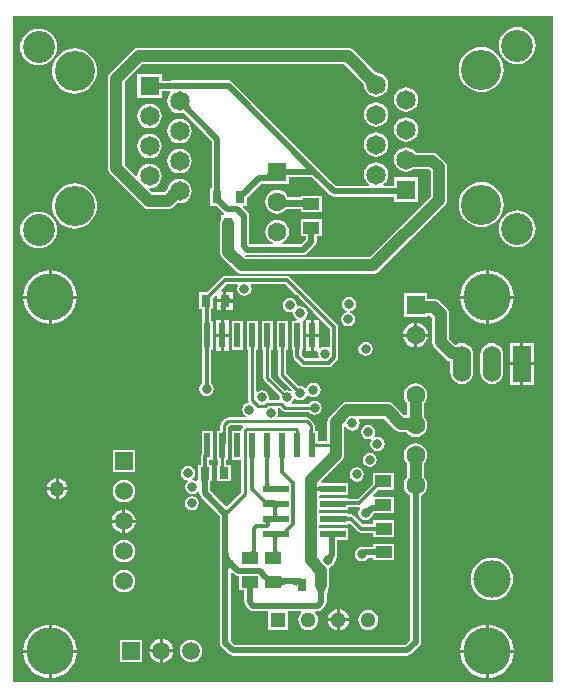
<source format=gbl>
G04*
G04 #@! TF.GenerationSoftware,Altium Limited,Altium Designer,20.0.13 (296)*
G04*
G04 Layer_Physical_Order=4*
G04 Layer_Color=16711680*
%FSLAX44Y44*%
%MOMM*%
G71*
G01*
G75*
%ADD15C,0.2540*%
%ADD17R,1.5000X1.5000*%
%ADD19R,1.4000X1.0000*%
%ADD24R,2.2000X0.6000*%
%ADD25R,0.8000X1.0000*%
%ADD54C,0.3000*%
%ADD55C,1.0000*%
%ADD56C,0.5000*%
%ADD57C,0.6000*%
%ADD58C,1.5000*%
%ADD59R,1.5000X1.5000*%
%ADD60C,3.4000*%
%ADD61R,1.6500X1.6500*%
%ADD62C,1.6500*%
%ADD63C,2.7000*%
%ADD64R,1.5240X3.0480*%
%ADD65O,1.5240X3.0480*%
%ADD66C,3.1750*%
%ADD67C,1.6000*%
%ADD68R,1.6000X1.6000*%
%ADD69R,1.6000X1.6000*%
%ADD70C,1.2880*%
%ADD71R,1.2880X1.2880*%
%ADD72C,4.0000*%
%ADD73C,0.8000*%
%ADD74C,1.2700*%
%ADD75R,0.8000X1.1000*%
%ADD76R,0.6000X2.0600*%
G36*
X460431Y3569D02*
X3569D01*
Y567681D01*
X460431D01*
X460431Y3569D01*
D02*
G37*
%LPC*%
G36*
X430000Y558325D02*
X426962Y558026D01*
X424040Y557139D01*
X421347Y555700D01*
X418987Y553763D01*
X417050Y551403D01*
X415611Y548710D01*
X414724Y545788D01*
X414425Y542750D01*
X414724Y539711D01*
X415611Y536790D01*
X417050Y534097D01*
X418987Y531737D01*
X421347Y529800D01*
X424040Y528361D01*
X426962Y527474D01*
X430000Y527175D01*
X433038Y527474D01*
X435960Y528361D01*
X438653Y529800D01*
X441013Y531737D01*
X442950Y534097D01*
X444389Y536790D01*
X445276Y539711D01*
X445575Y542750D01*
X445276Y545788D01*
X444389Y548710D01*
X442950Y551403D01*
X441013Y553763D01*
X438653Y555700D01*
X435960Y557139D01*
X433038Y558026D01*
X430000Y558325D01*
D02*
G37*
G36*
X24750Y557125D02*
X21711Y556826D01*
X18790Y555939D01*
X16097Y554500D01*
X13737Y552563D01*
X11800Y550203D01*
X10361Y547510D01*
X9474Y544589D01*
X9175Y541550D01*
X9474Y538512D01*
X10361Y535590D01*
X11800Y532897D01*
X13737Y530537D01*
X16097Y528600D01*
X18790Y527161D01*
X21711Y526274D01*
X24750Y525975D01*
X27789Y526274D01*
X30710Y527161D01*
X33403Y528600D01*
X35763Y530537D01*
X37700Y532897D01*
X39139Y535590D01*
X40026Y538512D01*
X40325Y541550D01*
X40026Y544589D01*
X39139Y547510D01*
X37700Y550203D01*
X35763Y552563D01*
X33403Y554500D01*
X30710Y555939D01*
X27789Y556826D01*
X24750Y557125D01*
D02*
G37*
G36*
X399500Y541492D02*
X395775Y541125D01*
X392194Y540039D01*
X388893Y538274D01*
X386000Y535900D01*
X383626Y533007D01*
X381861Y529706D01*
X380775Y526125D01*
X380408Y522400D01*
X380775Y518675D01*
X381861Y515094D01*
X383626Y511793D01*
X386000Y508900D01*
X388893Y506526D01*
X392194Y504761D01*
X395775Y503675D01*
X399500Y503308D01*
X403225Y503675D01*
X406806Y504761D01*
X410107Y506526D01*
X413000Y508900D01*
X415374Y511793D01*
X417139Y515094D01*
X418225Y518675D01*
X418592Y522400D01*
X418225Y526125D01*
X417139Y529706D01*
X415374Y533007D01*
X413000Y535900D01*
X410107Y538274D01*
X406806Y540039D01*
X403225Y541125D01*
X399500Y541492D01*
D02*
G37*
G36*
X55250Y540292D02*
X51525Y539925D01*
X47944Y538839D01*
X44643Y537074D01*
X41750Y534700D01*
X39376Y531807D01*
X37611Y528506D01*
X36525Y524925D01*
X36158Y521200D01*
X36525Y517475D01*
X37611Y513894D01*
X39376Y510593D01*
X41750Y507700D01*
X44643Y505326D01*
X47944Y503561D01*
X51525Y502475D01*
X55250Y502108D01*
X58975Y502475D01*
X62556Y503561D01*
X65857Y505326D01*
X68750Y507700D01*
X71124Y510593D01*
X72889Y513894D01*
X73975Y517475D01*
X74342Y521200D01*
X73975Y524925D01*
X72889Y528506D01*
X71124Y531807D01*
X68750Y534700D01*
X65857Y537074D01*
X62556Y538839D01*
X58975Y539925D01*
X55250Y540292D01*
D02*
G37*
G36*
X286550Y540810D02*
X109500D01*
X107673Y540570D01*
X105970Y539865D01*
X104508Y538742D01*
X85507Y519742D01*
X84385Y518280D01*
X83680Y516577D01*
X83440Y514750D01*
Y438983D01*
X83680Y437156D01*
X84385Y435453D01*
X85507Y433991D01*
X112969Y406529D01*
X114431Y405407D01*
X116134Y404702D01*
X117962Y404461D01*
X134313D01*
X136140Y404702D01*
X137843Y405407D01*
X139305Y406529D01*
X142283Y409507D01*
X144150Y409262D01*
X146826Y409614D01*
X149319Y410647D01*
X151460Y412290D01*
X153103Y414431D01*
X154136Y416924D01*
X154488Y419600D01*
X154136Y422276D01*
X153103Y424769D01*
X151460Y426910D01*
X149319Y428553D01*
X146826Y429586D01*
X144150Y429938D01*
X141474Y429586D01*
X138981Y428553D01*
X136840Y426910D01*
X135197Y424769D01*
X134164Y422276D01*
X134025Y421218D01*
X131388Y418582D01*
X120886D01*
X118711Y420757D01*
X119238Y422026D01*
X121426Y422314D01*
X123919Y423347D01*
X126060Y424990D01*
X127703Y427131D01*
X128736Y429624D01*
X129088Y432300D01*
X128736Y434976D01*
X127703Y437469D01*
X126060Y439610D01*
X123919Y441253D01*
X121426Y442286D01*
X118750Y442638D01*
X116074Y442286D01*
X113581Y441253D01*
X111440Y439610D01*
X109797Y437469D01*
X108764Y434976D01*
X108476Y432788D01*
X107207Y432261D01*
X97560Y441908D01*
Y511825D01*
X112424Y526690D01*
X283626D01*
X300303Y510012D01*
X300262Y509700D01*
X300614Y507024D01*
X301647Y504531D01*
X303290Y502390D01*
X305431Y500747D01*
X307924Y499714D01*
X310600Y499362D01*
X313276Y499714D01*
X315769Y500747D01*
X317910Y502390D01*
X319553Y504531D01*
X320586Y507024D01*
X320938Y509700D01*
X320586Y512376D01*
X319553Y514869D01*
X317910Y517010D01*
X315769Y518653D01*
X313276Y519686D01*
X310600Y520038D01*
X310288Y519997D01*
X291542Y538742D01*
X290080Y539865D01*
X288377Y540570D01*
X286550Y540810D01*
D02*
G37*
G36*
X336000Y507338D02*
X333324Y506986D01*
X330831Y505953D01*
X328690Y504310D01*
X327047Y502169D01*
X326014Y499676D01*
X325662Y497000D01*
X326014Y494324D01*
X327047Y491831D01*
X328690Y489690D01*
X330831Y488047D01*
X333324Y487014D01*
X336000Y486662D01*
X338676Y487014D01*
X341169Y488047D01*
X343310Y489690D01*
X344953Y491831D01*
X345986Y494324D01*
X346338Y497000D01*
X345986Y499676D01*
X344953Y502169D01*
X343310Y504310D01*
X341169Y505953D01*
X338676Y506986D01*
X336000Y507338D01*
D02*
G37*
G36*
X310600Y494638D02*
X307924Y494286D01*
X305431Y493253D01*
X303290Y491610D01*
X301647Y489469D01*
X300614Y486976D01*
X300262Y484300D01*
X300614Y481624D01*
X301647Y479131D01*
X303290Y476990D01*
X305431Y475347D01*
X307924Y474314D01*
X310600Y473962D01*
X313276Y474314D01*
X315769Y475347D01*
X317910Y476990D01*
X319553Y479131D01*
X320586Y481624D01*
X320938Y484300D01*
X320586Y486976D01*
X319553Y489469D01*
X317910Y491610D01*
X315769Y493253D01*
X313276Y494286D01*
X310600Y494638D01*
D02*
G37*
G36*
X118750Y493438D02*
X116074Y493086D01*
X113581Y492053D01*
X111440Y490410D01*
X109797Y488269D01*
X108764Y485776D01*
X108412Y483100D01*
X108764Y480424D01*
X109797Y477931D01*
X111440Y475790D01*
X113581Y474147D01*
X116074Y473114D01*
X118750Y472762D01*
X121426Y473114D01*
X123919Y474147D01*
X126060Y475790D01*
X127703Y477931D01*
X128736Y480424D01*
X129088Y483100D01*
X128736Y485776D01*
X127703Y488269D01*
X126060Y490410D01*
X123919Y492053D01*
X121426Y493086D01*
X118750Y493438D01*
D02*
G37*
G36*
X336000Y481938D02*
X333324Y481586D01*
X330831Y480553D01*
X328690Y478910D01*
X327047Y476769D01*
X326014Y474276D01*
X325662Y471600D01*
X326014Y468924D01*
X327047Y466431D01*
X328690Y464290D01*
X330831Y462647D01*
X333324Y461614D01*
X336000Y461262D01*
X338676Y461614D01*
X341169Y462647D01*
X343310Y464290D01*
X344953Y466431D01*
X345986Y468924D01*
X346338Y471600D01*
X345986Y474276D01*
X344953Y476769D01*
X343310Y478910D01*
X341169Y480553D01*
X338676Y481586D01*
X336000Y481938D01*
D02*
G37*
G36*
X144150Y480738D02*
X141474Y480386D01*
X138981Y479353D01*
X136840Y477710D01*
X135197Y475569D01*
X134164Y473076D01*
X133812Y470400D01*
X134164Y467724D01*
X135197Y465231D01*
X136840Y463090D01*
X138981Y461447D01*
X141474Y460414D01*
X144150Y460062D01*
X146826Y460414D01*
X149319Y461447D01*
X151460Y463090D01*
X153103Y465231D01*
X154136Y467724D01*
X154488Y470400D01*
X154136Y473076D01*
X153103Y475569D01*
X151460Y477710D01*
X149319Y479353D01*
X146826Y480386D01*
X144150Y480738D01*
D02*
G37*
G36*
X310600Y469238D02*
X307924Y468886D01*
X305431Y467853D01*
X303290Y466210D01*
X301647Y464069D01*
X300614Y461576D01*
X300262Y458900D01*
X300614Y456224D01*
X301647Y453731D01*
X303290Y451590D01*
X305431Y449947D01*
X307924Y448914D01*
X310600Y448562D01*
X313276Y448914D01*
X315769Y449947D01*
X317910Y451590D01*
X319553Y453731D01*
X320586Y456224D01*
X320938Y458900D01*
X320586Y461576D01*
X319553Y464069D01*
X317910Y466210D01*
X315769Y467853D01*
X313276Y468886D01*
X310600Y469238D01*
D02*
G37*
G36*
X118750Y468038D02*
X116074Y467686D01*
X113581Y466653D01*
X111440Y465010D01*
X109797Y462869D01*
X108764Y460376D01*
X108412Y457700D01*
X108764Y455024D01*
X109797Y452531D01*
X111440Y450390D01*
X113581Y448747D01*
X116074Y447714D01*
X118750Y447362D01*
X121426Y447714D01*
X123919Y448747D01*
X126060Y450390D01*
X127703Y452531D01*
X128736Y455024D01*
X129088Y457700D01*
X128736Y460376D01*
X127703Y462869D01*
X126060Y465010D01*
X123919Y466653D01*
X121426Y467686D01*
X118750Y468038D01*
D02*
G37*
G36*
X144150Y455338D02*
X141474Y454986D01*
X138981Y453953D01*
X136840Y452310D01*
X135197Y450169D01*
X134164Y447676D01*
X133812Y445000D01*
X134164Y442324D01*
X135197Y439831D01*
X136840Y437690D01*
X138981Y436047D01*
X141474Y435014D01*
X144150Y434662D01*
X146826Y435014D01*
X149319Y436047D01*
X151460Y437690D01*
X153103Y439831D01*
X154136Y442324D01*
X154488Y445000D01*
X154136Y447676D01*
X153103Y450169D01*
X151460Y452310D01*
X149319Y453953D01*
X146826Y454986D01*
X144150Y455338D01*
D02*
G37*
G36*
X226750Y420586D02*
X224139Y420243D01*
X221707Y419235D01*
X219618Y417632D01*
X218015Y415543D01*
X217007Y413111D01*
X216664Y410500D01*
X217007Y407890D01*
X218015Y405457D01*
X219618Y403368D01*
X221707Y401765D01*
X224139Y400757D01*
X226750Y400414D01*
X229361Y400757D01*
X231793Y401765D01*
X233882Y403368D01*
X234676Y404402D01*
X246750D01*
Y401500D01*
X264750D01*
Y415500D01*
X246750D01*
Y414598D01*
X235877D01*
X235485Y415543D01*
X233882Y417632D01*
X231793Y419235D01*
X229361Y420243D01*
X226750Y420586D01*
D02*
G37*
G36*
X399500Y427192D02*
X395775Y426825D01*
X392194Y425739D01*
X388893Y423974D01*
X386000Y421600D01*
X383626Y418707D01*
X381861Y415406D01*
X380775Y411825D01*
X380408Y408100D01*
X380775Y404375D01*
X381861Y400794D01*
X383626Y397493D01*
X386000Y394600D01*
X388893Y392226D01*
X392194Y390461D01*
X395775Y389375D01*
X399500Y389008D01*
X403225Y389375D01*
X406806Y390461D01*
X410107Y392226D01*
X413000Y394600D01*
X415374Y397493D01*
X417139Y400794D01*
X418225Y404375D01*
X418592Y408100D01*
X418225Y411825D01*
X417139Y415406D01*
X415374Y418707D01*
X413000Y421600D01*
X410107Y423974D01*
X406806Y425739D01*
X403225Y426825D01*
X399500Y427192D01*
D02*
G37*
G36*
X55250Y425992D02*
X51525Y425625D01*
X47944Y424539D01*
X44643Y422774D01*
X41750Y420400D01*
X39376Y417507D01*
X37611Y414206D01*
X36525Y410625D01*
X36158Y406900D01*
X36525Y403175D01*
X37611Y399594D01*
X39376Y396293D01*
X41750Y393400D01*
X44643Y391026D01*
X47944Y389261D01*
X51525Y388175D01*
X55250Y387808D01*
X58975Y388175D01*
X62556Y389261D01*
X65857Y391026D01*
X68750Y393400D01*
X71124Y396293D01*
X72889Y399594D01*
X73975Y403175D01*
X74342Y406900D01*
X73975Y410625D01*
X72889Y414206D01*
X71124Y417507D01*
X68750Y420400D01*
X65857Y422774D01*
X62556Y424539D01*
X58975Y425625D01*
X55250Y425992D01*
D02*
G37*
G36*
X430000Y403325D02*
X426962Y403026D01*
X424040Y402139D01*
X421347Y400700D01*
X418987Y398763D01*
X417050Y396403D01*
X415611Y393710D01*
X414724Y390788D01*
X414425Y387750D01*
X414724Y384711D01*
X415611Y381790D01*
X417050Y379097D01*
X418987Y376737D01*
X421347Y374800D01*
X424040Y373361D01*
X426962Y372474D01*
X430000Y372175D01*
X433038Y372474D01*
X435960Y373361D01*
X438653Y374800D01*
X441013Y376737D01*
X442950Y379097D01*
X444389Y381790D01*
X445276Y384711D01*
X445575Y387750D01*
X445276Y390788D01*
X444389Y393710D01*
X442950Y396403D01*
X441013Y398763D01*
X438653Y400700D01*
X435960Y402139D01*
X433038Y403026D01*
X430000Y403325D01*
D02*
G37*
G36*
X24750Y402125D02*
X21711Y401826D01*
X18790Y400939D01*
X16097Y399500D01*
X13737Y397563D01*
X11800Y395203D01*
X10361Y392510D01*
X9474Y389589D01*
X9175Y386550D01*
X9474Y383512D01*
X10361Y380590D01*
X11800Y377897D01*
X13737Y375537D01*
X16097Y373600D01*
X18790Y372161D01*
X21711Y371274D01*
X24750Y370975D01*
X27789Y371274D01*
X30710Y372161D01*
X33403Y373600D01*
X35763Y375537D01*
X37700Y377897D01*
X39139Y380590D01*
X40026Y383512D01*
X40325Y386550D01*
X40026Y389589D01*
X39139Y392510D01*
X37700Y395203D01*
X35763Y397563D01*
X33403Y399500D01*
X30710Y400939D01*
X27789Y401826D01*
X24750Y402125D01*
D02*
G37*
G36*
X129000Y518750D02*
X108500D01*
Y498250D01*
X129000D01*
Y503912D01*
X135881D01*
X136480Y502642D01*
X135197Y500969D01*
X134164Y498476D01*
X133812Y495800D01*
X134164Y493124D01*
X135197Y490631D01*
X136840Y488490D01*
X138981Y486847D01*
X141474Y485814D01*
X144150Y485462D01*
X146826Y485814D01*
X147407Y486054D01*
X171412Y462049D01*
Y421750D01*
X170000D01*
Y406750D01*
X175511D01*
X181327Y400935D01*
X181947Y400520D01*
X181562Y399250D01*
X179500D01*
Y395429D01*
X179386Y395280D01*
X178680Y393577D01*
X178440Y391750D01*
Y368250D01*
X178680Y366423D01*
X179386Y364720D01*
X180508Y363257D01*
X192258Y351508D01*
X193720Y350386D01*
X195423Y349680D01*
X197250Y349440D01*
X308000D01*
X309827Y349680D01*
X311530Y350386D01*
X312992Y351508D01*
X368742Y407258D01*
X369865Y408720D01*
X370570Y410423D01*
X370810Y412250D01*
Y439500D01*
X370570Y441327D01*
X369865Y443030D01*
X368742Y444492D01*
X363286Y449949D01*
X361824Y451071D01*
X360121Y451776D01*
X358294Y452017D01*
X344456D01*
X343310Y453510D01*
X341169Y455153D01*
X338676Y456186D01*
X336000Y456538D01*
X333324Y456186D01*
X330831Y455153D01*
X328690Y453510D01*
X327047Y451369D01*
X326014Y448876D01*
X325662Y446200D01*
X326014Y443524D01*
X327047Y441031D01*
X328690Y438890D01*
X330831Y437247D01*
X333324Y436214D01*
X336000Y435862D01*
X338676Y436214D01*
X341169Y437247D01*
X342015Y437896D01*
X355369D01*
X356690Y436576D01*
Y415174D01*
X305075Y363560D01*
X200390D01*
X199526Y364536D01*
X200957Y365506D01*
X201429Y365412D01*
X249000D01*
X250756Y365761D01*
X252244Y366756D01*
X258994Y373506D01*
X259989Y374994D01*
X260338Y376750D01*
Y381500D01*
X264750D01*
Y395500D01*
X246750D01*
Y381500D01*
X251162D01*
Y378651D01*
X247099Y374588D01*
X230822D01*
X230569Y375858D01*
X231793Y376365D01*
X233882Y377968D01*
X235485Y380057D01*
X236493Y382490D01*
X236836Y385100D01*
X236493Y387710D01*
X235485Y390143D01*
X233882Y392232D01*
X231793Y393835D01*
X229361Y394843D01*
X226750Y395186D01*
X224139Y394843D01*
X221707Y393835D01*
X219618Y392232D01*
X218015Y390143D01*
X217007Y387710D01*
X216664Y385100D01*
X217007Y382490D01*
X218015Y380057D01*
X219618Y377968D01*
X221707Y376365D01*
X222931Y375858D01*
X222678Y374588D01*
X203329D01*
X203088Y374829D01*
Y398250D01*
X202739Y400006D01*
X201744Y401494D01*
X197662Y405577D01*
X198148Y406750D01*
X201000D01*
Y413842D01*
X201244Y414006D01*
X213050Y425812D01*
X221250D01*
X221693Y425900D01*
X236750D01*
Y431312D01*
X256450D01*
X271756Y416006D01*
X273244Y415011D01*
X275000Y414662D01*
X325750D01*
Y410550D01*
X346250D01*
Y431050D01*
X325750D01*
Y423838D01*
X316932D01*
X316501Y425108D01*
X317910Y426190D01*
X319553Y428331D01*
X320586Y430824D01*
X320938Y433500D01*
X320586Y436176D01*
X319553Y438669D01*
X317910Y440810D01*
X315769Y442453D01*
X313276Y443486D01*
X310600Y443838D01*
X307924Y443486D01*
X305431Y442453D01*
X303290Y440810D01*
X301647Y438669D01*
X300614Y436176D01*
X300262Y433500D01*
X300614Y430824D01*
X301647Y428331D01*
X303290Y426190D01*
X304699Y425108D01*
X304268Y423838D01*
X276901D01*
X261594Y439144D01*
X188944Y511794D01*
X187456Y512789D01*
X185700Y513138D01*
X136991D01*
X136739Y513088D01*
X129000D01*
Y518750D01*
D02*
G37*
G36*
X405770Y352274D02*
Y331020D01*
X427024D01*
X426714Y334169D01*
X425425Y338417D01*
X423332Y342333D01*
X420515Y345765D01*
X417083Y348582D01*
X413167Y350675D01*
X408919Y351964D01*
X405770Y352274D01*
D02*
G37*
G36*
X403230D02*
X400081Y351964D01*
X395833Y350675D01*
X391917Y348582D01*
X388485Y345765D01*
X385668Y342333D01*
X383575Y338417D01*
X382286Y334169D01*
X381976Y331020D01*
X403230D01*
Y352274D01*
D02*
G37*
G36*
X35770D02*
Y331020D01*
X57024D01*
X56714Y334169D01*
X55425Y338417D01*
X53332Y342333D01*
X50515Y345765D01*
X47083Y348582D01*
X43167Y350675D01*
X38919Y351964D01*
X35770Y352274D01*
D02*
G37*
G36*
X33230D02*
X30081Y351964D01*
X25833Y350675D01*
X21917Y348582D01*
X18485Y345765D01*
X15668Y342333D01*
X13575Y338417D01*
X12286Y334169D01*
X11976Y331020D01*
X33230D01*
Y352274D01*
D02*
G37*
G36*
X189040Y334290D02*
X183770D01*
Y328020D01*
X186439D01*
Y329290D01*
X186465Y329049D01*
X186542Y328833D01*
X186670Y328642D01*
X186850Y328477D01*
X187082Y328338D01*
X187364Y328223D01*
X187699Y328134D01*
X188084Y328071D01*
X188521Y328033D01*
X189009Y328020D01*
X189040D01*
Y334290D01*
D02*
G37*
G36*
Y325480D02*
X189009D01*
X188521Y325467D01*
X188084Y325429D01*
X187699Y325366D01*
X187364Y325277D01*
X187082Y325163D01*
X186850Y325023D01*
X186670Y324858D01*
X186542Y324667D01*
X186465Y324451D01*
X186439Y324210D01*
Y325480D01*
X183770D01*
Y319210D01*
X189040D01*
Y325480D01*
D02*
G37*
G36*
X181230D02*
X175960D01*
Y319210D01*
X181230D01*
Y319240D01*
X179180D01*
X179174Y319723D01*
X179076Y320866D01*
X179018Y321146D01*
X178946Y321374D01*
X178862Y321552D01*
X178764Y321679D01*
X178654Y321755D01*
X178531Y321781D01*
X181230D01*
Y325480D01*
D02*
G37*
G36*
X427024Y328480D02*
X405770D01*
Y307226D01*
X408919Y307536D01*
X413167Y308825D01*
X417083Y310918D01*
X420515Y313735D01*
X423332Y317167D01*
X425425Y321083D01*
X426714Y325331D01*
X427024Y328480D01*
D02*
G37*
G36*
X403230D02*
X381976D01*
X382286Y325331D01*
X383575Y321083D01*
X385668Y317167D01*
X388485Y313735D01*
X391917Y310918D01*
X395833Y308825D01*
X400081Y307536D01*
X403230Y307226D01*
Y328480D01*
D02*
G37*
G36*
X57024D02*
X35770D01*
Y307226D01*
X38919Y307536D01*
X43167Y308825D01*
X47083Y310918D01*
X50515Y313735D01*
X53332Y317167D01*
X55425Y321083D01*
X56714Y325331D01*
X57024Y328480D01*
D02*
G37*
G36*
X33230D02*
X11976D01*
X12286Y325331D01*
X13575Y321083D01*
X15668Y317167D01*
X18485Y313735D01*
X21917Y310918D01*
X25833Y308825D01*
X30081Y307536D01*
X33230Y307226D01*
Y328480D01*
D02*
G37*
G36*
X287500Y330118D02*
X285159Y329652D01*
X283174Y328326D01*
X281848Y326341D01*
X281383Y324000D01*
X281848Y321659D01*
X283174Y319674D01*
X285159Y318348D01*
X285918Y318197D01*
Y316902D01*
X284659Y316652D01*
X282674Y315326D01*
X281348Y313341D01*
X280882Y311000D01*
X281348Y308659D01*
X282674Y306674D01*
X284659Y305348D01*
X287000Y304883D01*
X289341Y305348D01*
X291326Y306674D01*
X292652Y308659D01*
X293118Y311000D01*
X292652Y313341D01*
X291326Y315326D01*
X289341Y316652D01*
X288582Y316803D01*
Y318098D01*
X289841Y318348D01*
X291826Y319674D01*
X293152Y321659D01*
X293617Y324000D01*
X293152Y326341D01*
X291826Y328326D01*
X289841Y329652D01*
X287500Y330118D01*
D02*
G37*
G36*
X345270Y308014D02*
Y298820D01*
X354464D01*
X354269Y300301D01*
X353207Y302866D01*
X351517Y305067D01*
X349315Y306757D01*
X346752Y307819D01*
X345270Y308014D01*
D02*
G37*
G36*
X342730Y308014D02*
X341249Y307819D01*
X338685Y306757D01*
X336483Y305067D01*
X334793Y302866D01*
X333731Y300301D01*
X333536Y298820D01*
X342730D01*
Y308014D01*
D02*
G37*
G36*
X262190Y310090D02*
X257920D01*
Y310060D01*
X257920D01*
X257933Y309571D01*
X257971Y309134D01*
X258034Y308749D01*
X258123Y308414D01*
X258237Y308132D01*
X258377Y307900D01*
X258542Y307720D01*
X258733Y307592D01*
X258949Y307515D01*
X259190Y307489D01*
X257920D01*
Y298520D01*
X262190D01*
Y310090D01*
D02*
G37*
G36*
X185990D02*
X181720D01*
Y310060D01*
X181720D01*
X181733Y309571D01*
X181771Y309134D01*
X181834Y308749D01*
X181923Y308414D01*
X182038Y308132D01*
X182177Y307900D01*
X182342Y307720D01*
X182533Y307592D01*
X182749Y307515D01*
X182990Y307489D01*
X181720D01*
Y298520D01*
X185990D01*
Y310090D01*
D02*
G37*
G36*
X255380D02*
X251110D01*
Y298520D01*
X255380D01*
Y307489D01*
X254110D01*
X254351Y307515D01*
X254567Y307592D01*
X254758Y307720D01*
X254923Y307900D01*
X255063Y308132D01*
X255177Y308414D01*
X255266Y308749D01*
X255329Y309134D01*
X255367Y309571D01*
X255380Y310057D01*
Y310090D01*
D02*
G37*
G36*
X179180D02*
X174910D01*
Y298520D01*
X179180D01*
Y307489D01*
X177910D01*
X178151Y307515D01*
X178367Y307592D01*
X178558Y307720D01*
X178723Y307900D01*
X178862Y308132D01*
X178977Y308414D01*
X179066Y308749D01*
X179129Y309134D01*
X179167Y309571D01*
X179180Y310057D01*
Y310090D01*
D02*
G37*
G36*
X235277Y347819D02*
X183000D01*
X181634Y347547D01*
X180477Y346773D01*
X167453Y333750D01*
X160500D01*
Y319750D01*
X163556D01*
Y309612D01*
X163555Y309567D01*
X163554Y309550D01*
X162750D01*
Y307574D01*
X162741Y307531D01*
X162750Y307486D01*
Y287014D01*
X162741Y286969D01*
X162750Y286926D01*
Y284950D01*
X163415D01*
X163431Y284747D01*
Y256582D01*
X162674Y256076D01*
X161348Y254091D01*
X160882Y251750D01*
X161348Y249409D01*
X162674Y247424D01*
X164659Y246098D01*
X167000Y245632D01*
X169341Y246098D01*
X171326Y247424D01*
X172652Y249409D01*
X173118Y251750D01*
X172652Y254091D01*
X171326Y256076D01*
X170569Y256582D01*
Y284630D01*
X170585Y284813D01*
X170607Y284950D01*
X172750D01*
Y309550D01*
X170732D01*
X170710Y309687D01*
X170694Y309870D01*
Y319750D01*
X172500D01*
Y328703D01*
X174787Y330990D01*
X175960Y330504D01*
Y328020D01*
X181230D01*
Y334290D01*
X179746D01*
X179260Y335463D01*
X184478Y340681D01*
X193064D01*
X193662Y339561D01*
X193348Y339091D01*
X192882Y336750D01*
X193348Y334409D01*
X194674Y332424D01*
X196659Y331098D01*
X199000Y330633D01*
X201341Y331098D01*
X203326Y332424D01*
X204652Y334409D01*
X205117Y336750D01*
X204652Y339091D01*
X204338Y339561D01*
X204936Y340681D01*
X233799D01*
X271431Y303049D01*
Y287686D01*
X270311Y287088D01*
X269841Y287402D01*
X267500Y287868D01*
X265159Y287402D01*
X263460Y286267D01*
X262190Y286715D01*
Y295980D01*
X257920D01*
Y284410D01*
X260650D01*
X261659Y283140D01*
X261383Y281750D01*
X261848Y279409D01*
X262162Y278939D01*
X261564Y277819D01*
X250659D01*
X247519Y280959D01*
Y284632D01*
X247534Y284808D01*
X247557Y284950D01*
X248950D01*
Y286937D01*
X248959Y286980D01*
X248950Y287024D01*
Y309075D01*
X248950Y309550D01*
X249319Y310667D01*
X250826Y311674D01*
X252152Y313659D01*
X252618Y316000D01*
X252152Y318341D01*
X250826Y320326D01*
X248841Y321652D01*
X246500Y322118D01*
X244664Y321752D01*
X243549Y322655D01*
X243617Y323000D01*
X243152Y325341D01*
X241826Y327326D01*
X239841Y328652D01*
X237500Y329118D01*
X235159Y328652D01*
X233174Y327326D01*
X231848Y325341D01*
X231383Y323000D01*
X231848Y320659D01*
X233174Y318674D01*
X235159Y317348D01*
X237500Y316882D01*
X239336Y317248D01*
X240451Y316345D01*
X240382Y316000D01*
X240848Y313659D01*
X242174Y311674D01*
X243453Y310820D01*
X243067Y309550D01*
X238950D01*
Y287024D01*
X238941Y286980D01*
X238950Y286937D01*
Y284950D01*
X240343D01*
X240366Y284808D01*
X240381Y284632D01*
Y279480D01*
X240653Y278115D01*
X241427Y276957D01*
X246657Y271727D01*
X247815Y270953D01*
X249181Y270681D01*
X270607D01*
X271972Y270953D01*
X273130Y271727D01*
X277523Y276120D01*
X278297Y277278D01*
X278569Y278643D01*
Y304527D01*
X278297Y305893D01*
X277523Y307050D01*
X237801Y346773D01*
X236643Y347547D01*
X235277Y347819D01*
D02*
G37*
G36*
X342730Y296280D02*
X333536D01*
X333731Y294799D01*
X334793Y292234D01*
X336483Y290033D01*
X338685Y288343D01*
X341249Y287281D01*
X342730Y287086D01*
Y296280D01*
D02*
G37*
G36*
X354464D02*
X345270D01*
Y287086D01*
X346752Y287281D01*
X349315Y288343D01*
X351517Y290033D01*
X353207Y292234D01*
X354269Y294799D01*
X354464Y296280D01*
D02*
G37*
G36*
X198150Y309550D02*
X188150D01*
Y284950D01*
X198150D01*
Y309550D01*
D02*
G37*
G36*
X255380Y295980D02*
X251110D01*
Y284410D01*
X255380D01*
Y295980D01*
D02*
G37*
G36*
X185990D02*
X181720D01*
Y284410D01*
X185990D01*
Y295980D01*
D02*
G37*
G36*
X179180D02*
X174910D01*
Y284410D01*
X179180D01*
Y295980D01*
D02*
G37*
G36*
X301734Y292102D02*
X299393Y291636D01*
X297409Y290310D01*
X296082Y288325D01*
X295617Y285984D01*
X296082Y283643D01*
X297409Y281659D01*
X299393Y280333D01*
X301734Y279867D01*
X304075Y280333D01*
X306060Y281659D01*
X307386Y283643D01*
X307852Y285984D01*
X307386Y288325D01*
X306060Y290310D01*
X304075Y291636D01*
X301734Y292102D01*
D02*
G37*
G36*
X444060Y291280D02*
X435170D01*
Y274770D01*
X444060D01*
Y291280D01*
D02*
G37*
G36*
X432630D02*
X423740D01*
Y274770D01*
X432630D01*
Y291280D01*
D02*
G37*
G36*
X408500Y290823D02*
X405989Y290492D01*
X403648Y289523D01*
X401639Y287981D01*
X400097Y285972D01*
X399128Y283631D01*
X398797Y281120D01*
Y265880D01*
X399128Y263369D01*
X400097Y261028D01*
X401639Y259019D01*
X403648Y257477D01*
X405989Y256508D01*
X408500Y256177D01*
X411011Y256508D01*
X413352Y257477D01*
X415361Y259019D01*
X416903Y261028D01*
X417872Y263369D01*
X418203Y265880D01*
Y281120D01*
X417872Y283631D01*
X416903Y285972D01*
X415361Y287981D01*
X413352Y289523D01*
X411011Y290492D01*
X408500Y290823D01*
D02*
G37*
G36*
X354000Y332950D02*
X334000D01*
Y312950D01*
X354000D01*
Y314069D01*
X356468D01*
X358190Y312347D01*
Y291350D01*
X358430Y289523D01*
X359136Y287820D01*
X360257Y286357D01*
X369485Y277130D01*
X370947Y276008D01*
X372650Y275303D01*
X373397Y275205D01*
Y265880D01*
X373728Y263369D01*
X374697Y261028D01*
X376239Y259019D01*
X378248Y257477D01*
X380589Y256508D01*
X383100Y256177D01*
X385611Y256508D01*
X387952Y257477D01*
X389961Y259019D01*
X391503Y261028D01*
X392472Y263369D01*
X392803Y265880D01*
Y281120D01*
X392472Y283631D01*
X391503Y285972D01*
X389961Y287981D01*
X387952Y289523D01*
X385611Y290492D01*
X383100Y290823D01*
X380589Y290492D01*
X378248Y289523D01*
X377805Y289183D01*
X377402D01*
X372310Y294275D01*
Y315271D01*
X372070Y317098D01*
X371365Y318801D01*
X370242Y320263D01*
X364385Y326121D01*
X362922Y327243D01*
X361219Y327949D01*
X359392Y328189D01*
X354000D01*
Y332950D01*
D02*
G37*
G36*
X444060Y272230D02*
X435170D01*
Y255720D01*
X444060D01*
Y272230D01*
D02*
G37*
G36*
X432630D02*
X423740D01*
Y255720D01*
X432630D01*
Y272230D01*
D02*
G37*
G36*
X236250Y309550D02*
X226250D01*
Y284950D01*
X227916D01*
Y263500D01*
X228170Y262224D01*
X228892Y261143D01*
X239488Y250547D01*
X239505Y250316D01*
X239445Y250249D01*
X237966Y249817D01*
X237091Y250402D01*
X234750Y250868D01*
X233580Y250635D01*
X221884Y262331D01*
Y284950D01*
X223550D01*
Y309550D01*
X213550D01*
Y284950D01*
X215216D01*
Y260950D01*
X215470Y259674D01*
X216192Y258592D01*
X228865Y245920D01*
X228633Y244750D01*
X228853Y243639D01*
X227811Y242369D01*
X220697D01*
X219655Y243639D01*
X219878Y244762D01*
X219412Y247103D01*
X218086Y249088D01*
X216101Y250414D01*
X213760Y250879D01*
X211419Y250414D01*
X210454Y249769D01*
X209184Y250448D01*
Y284950D01*
X210850D01*
Y309550D01*
X200850D01*
Y284950D01*
X202516D01*
Y242391D01*
X202635Y241790D01*
X201874Y240344D01*
X200909Y240152D01*
X198924Y238826D01*
X197598Y236841D01*
X197132Y234500D01*
X197598Y232159D01*
X198924Y230174D01*
X200571Y229074D01*
X200186Y227804D01*
X185204D01*
X183928Y227550D01*
X182846Y226828D01*
X179639Y223620D01*
X178916Y222538D01*
X178662Y221262D01*
Y216750D01*
X175450D01*
Y192150D01*
X177116D01*
Y188000D01*
X175500D01*
Y174000D01*
X187500D01*
Y188000D01*
X183784D01*
Y192150D01*
X185450D01*
Y214690D01*
X185459Y214735D01*
X185450Y214777D01*
Y214829D01*
X185454Y214860D01*
X185450Y214874D01*
Y216750D01*
X185330D01*
Y219881D01*
X186585Y221136D01*
X197158D01*
X197684Y219866D01*
X197062Y219245D01*
X196340Y218163D01*
X196086Y216887D01*
Y216750D01*
X188150D01*
Y192150D01*
X196086D01*
Y164301D01*
X184775Y152990D01*
X183531Y152458D01*
X170088Y165900D01*
Y172497D01*
X170095Y172698D01*
X170156Y173321D01*
X170237Y173832D01*
X170277Y174000D01*
X171500D01*
Y175987D01*
X171509Y176031D01*
X171500Y176074D01*
Y188000D01*
X169069D01*
Y191829D01*
X169085Y192012D01*
X169107Y192150D01*
X172750D01*
Y216750D01*
X162750D01*
Y197084D01*
X162203Y196266D01*
X161931Y194900D01*
Y188000D01*
X159500D01*
Y176074D01*
X159491Y176031D01*
X159500Y175987D01*
Y174487D01*
X158340Y173734D01*
X157341Y174402D01*
X155410Y174786D01*
X155052Y176074D01*
X155576Y176424D01*
X156902Y178409D01*
X157367Y180750D01*
X156902Y183091D01*
X155576Y185076D01*
X153591Y186402D01*
X151250Y186868D01*
X148909Y186402D01*
X146924Y185076D01*
X145598Y183091D01*
X145132Y180750D01*
X145598Y178409D01*
X146924Y176424D01*
X148909Y175098D01*
X150840Y174714D01*
X151198Y173426D01*
X150674Y173076D01*
X149348Y171091D01*
X148883Y168750D01*
X149348Y166409D01*
X150674Y164424D01*
X152659Y163098D01*
X155000Y162633D01*
X157341Y163098D01*
X159326Y164424D01*
X159642Y164897D01*
X160912Y164512D01*
Y164000D01*
X161261Y162244D01*
X162256Y160756D01*
X178412Y144600D01*
Y109250D01*
Y37000D01*
X178761Y35244D01*
X179756Y33756D01*
X186006Y27506D01*
X187494Y26511D01*
X189250Y26162D01*
X337000D01*
X338756Y26511D01*
X340244Y27506D01*
X347244Y34506D01*
X348239Y35994D01*
X348588Y37750D01*
Y161627D01*
X349043Y161815D01*
X351132Y163418D01*
X352735Y165507D01*
X353743Y167939D01*
X354086Y170550D01*
X353743Y173160D01*
X352735Y175593D01*
X351132Y177682D01*
X351060Y177737D01*
Y188763D01*
X351132Y188818D01*
X352735Y190907D01*
X353743Y193340D01*
X354086Y195950D01*
X353743Y198561D01*
X352735Y200993D01*
X351132Y203082D01*
X349043Y204685D01*
X346610Y205693D01*
X344000Y206036D01*
X341390Y205693D01*
X338957Y204685D01*
X336868Y203082D01*
X335265Y200993D01*
X334257Y198561D01*
X333914Y195950D01*
X334257Y193340D01*
X335265Y190907D01*
X336868Y188818D01*
X336940Y188763D01*
Y177737D01*
X336868Y177682D01*
X335265Y175593D01*
X334257Y173160D01*
X333914Y170550D01*
X334257Y167939D01*
X335265Y165507D01*
X336868Y163418D01*
X338957Y161815D01*
X339412Y161627D01*
Y39650D01*
X335099Y35338D01*
X191150D01*
X187588Y38900D01*
Y96514D01*
X188762Y97000D01*
X190756Y95006D01*
X192244Y94011D01*
X194000Y93662D01*
X194500D01*
Y81750D01*
X198983D01*
Y71429D01*
X199332Y69673D01*
X200327Y68185D01*
X203256Y65256D01*
X204744Y64261D01*
X206500Y63912D01*
X219360D01*
Y48060D01*
X236240D01*
Y63912D01*
X246909D01*
X247340Y62642D01*
X247181Y62519D01*
X245828Y60756D01*
X244977Y58703D01*
X244687Y56500D01*
X244977Y54297D01*
X245828Y52244D01*
X247181Y50480D01*
X248944Y49128D01*
X250997Y48277D01*
X253200Y47987D01*
X255403Y48277D01*
X257456Y49128D01*
X259219Y50480D01*
X260572Y52244D01*
X261423Y54297D01*
X261713Y56500D01*
X261423Y58703D01*
X260572Y60756D01*
X259219Y62519D01*
X259060Y62642D01*
X259491Y63912D01*
X261169D01*
X262925Y64261D01*
X264414Y65256D01*
X267343Y68185D01*
X268337Y69673D01*
X268687Y71429D01*
Y79250D01*
X269750D01*
Y82485D01*
X270148Y83003D01*
X270853Y84706D01*
X270994Y85776D01*
X271088Y86250D01*
X271069Y86347D01*
X271094Y86533D01*
Y98160D01*
X270853Y99988D01*
X270657Y100462D01*
X271255Y101582D01*
X272591Y101848D01*
X274576Y103174D01*
X275902Y105159D01*
X276367Y107500D01*
X276294Y107868D01*
X276494Y108068D01*
X277489Y109556D01*
X277838Y111312D01*
Y124450D01*
X287000D01*
Y134450D01*
X262310D01*
Y137150D01*
X284926D01*
X284970Y137141D01*
X285013Y137150D01*
X287000D01*
Y137672D01*
X288270Y138198D01*
X295242Y131227D01*
X296399Y130453D01*
X297765Y130182D01*
X307682D01*
X307866Y130165D01*
X308000Y130143D01*
Y126750D01*
X326000D01*
Y140750D01*
X308000D01*
Y137357D01*
X307866Y137335D01*
X307682Y137319D01*
X299243D01*
X291889Y144673D01*
X290731Y145447D01*
X289365Y145719D01*
X287318D01*
X287142Y145734D01*
X287000Y145757D01*
Y147150D01*
X285013D01*
X284970Y147159D01*
X284926Y147150D01*
X262310D01*
Y149850D01*
X287000D01*
Y151875D01*
X287137Y151898D01*
X287320Y151914D01*
X296290D01*
X296693Y151451D01*
X297024Y150726D01*
X296098Y149341D01*
X295632Y147000D01*
X296098Y144659D01*
X297424Y142674D01*
X299409Y141348D01*
X301750Y140883D01*
X304091Y141348D01*
X306076Y142674D01*
X307402Y144659D01*
X307574Y145523D01*
X308712Y146662D01*
X314250D01*
X314693Y146750D01*
X325750D01*
Y160750D01*
X308593D01*
X308067Y162020D01*
X312797Y166750D01*
X325750D01*
Y180750D01*
X307750D01*
Y171797D01*
X295004Y159051D01*
X287054D01*
X287016Y159052D01*
X287000Y159053D01*
Y159850D01*
X285023D01*
X284981Y159859D01*
X284936Y159850D01*
X262310D01*
Y161591D01*
X263030Y162541D01*
X263074Y162550D01*
X287000D01*
Y172550D01*
X264581D01*
X264055Y173820D01*
X281243Y191008D01*
X282365Y192470D01*
X283070Y194173D01*
X283310Y196000D01*
Y203750D01*
Y220079D01*
X283579Y220278D01*
X283803Y220301D01*
X285193Y219893D01*
X286174Y218424D01*
X288159Y217098D01*
X290500Y216632D01*
X292841Y217098D01*
X294826Y218424D01*
X296152Y220409D01*
X296618Y222750D01*
X296152Y225091D01*
X295832Y225570D01*
X296431Y226690D01*
X317436D01*
X326620Y217506D01*
X328082Y216384D01*
X329785Y215678D01*
X330150Y215630D01*
X330247Y215566D01*
X331613Y215294D01*
X336042D01*
X336868Y214218D01*
X338957Y212615D01*
X341390Y211607D01*
X344000Y211264D01*
X346610Y211607D01*
X349043Y212615D01*
X351132Y214218D01*
X352735Y216307D01*
X353743Y218739D01*
X354086Y221350D01*
X353743Y223960D01*
X352735Y226393D01*
X351132Y228482D01*
X351060Y228537D01*
Y239563D01*
X351132Y239618D01*
X352735Y241707D01*
X353743Y244139D01*
X354086Y246750D01*
X353743Y249361D01*
X352735Y251793D01*
X351132Y253882D01*
X349043Y255485D01*
X346610Y256493D01*
X344000Y256836D01*
X341390Y256493D01*
X338957Y255485D01*
X336868Y253882D01*
X335265Y251793D01*
X334257Y249361D01*
X333914Y246750D01*
X334257Y244139D01*
X335265Y241707D01*
X336868Y239618D01*
X336940Y239563D01*
Y229558D01*
X334537D01*
X325353Y238742D01*
X323891Y239865D01*
X322188Y240570D01*
X320361Y240810D01*
X285944D01*
X284116Y240570D01*
X282414Y239865D01*
X280951Y238742D01*
X271258Y229049D01*
X270136Y227586D01*
X269430Y225884D01*
X269190Y224056D01*
Y207784D01*
X261650D01*
Y216750D01*
X258438D01*
Y221262D01*
X258184Y222538D01*
X257461Y223620D01*
X254254Y226828D01*
X253172Y227550D01*
X251896Y227804D01*
X227677D01*
X227079Y228924D01*
X227413Y229424D01*
X227879Y231765D01*
X227413Y234106D01*
X227198Y234428D01*
X227766Y235544D01*
X228867Y235637D01*
X230861Y233643D01*
X231943Y232920D01*
X233219Y232666D01*
X253512D01*
X254174Y231674D01*
X256159Y230348D01*
X258500Y229883D01*
X260841Y230348D01*
X262826Y231674D01*
X264152Y233659D01*
X264618Y236000D01*
X264152Y238341D01*
X262826Y240326D01*
X260841Y241652D01*
X258500Y242118D01*
X256159Y241652D01*
X254174Y240326D01*
X253512Y239334D01*
X239556D01*
X239196Y240604D01*
X240402Y242409D01*
X240671Y243764D01*
X241413Y244007D01*
X242033Y244101D01*
X243909Y242848D01*
X246250Y242383D01*
X248591Y242848D01*
X250576Y244174D01*
X251902Y246159D01*
X251949Y246396D01*
X253285Y246600D01*
X255159Y245348D01*
X257500Y244883D01*
X259841Y245348D01*
X261826Y246674D01*
X263152Y248659D01*
X263618Y251000D01*
X263152Y253341D01*
X261826Y255326D01*
X259841Y256652D01*
X257500Y257118D01*
X255159Y256652D01*
X253174Y255326D01*
X251848Y253341D01*
X251801Y253104D01*
X250465Y252899D01*
X248591Y254152D01*
X246250Y254618D01*
X245080Y254385D01*
X234584Y264881D01*
Y284950D01*
X236250D01*
Y309550D01*
D02*
G37*
G36*
X303875Y221618D02*
X301534Y221152D01*
X299549Y219826D01*
X298223Y217841D01*
X297757Y215500D01*
X298223Y213159D01*
X299549Y211174D01*
X301534Y209848D01*
X303875Y209382D01*
X306058Y209817D01*
X306462Y209465D01*
X306897Y208787D01*
X306098Y207591D01*
X305632Y205250D01*
X306098Y202909D01*
X307424Y200924D01*
X309409Y199598D01*
X311750Y199132D01*
X314091Y199598D01*
X316076Y200924D01*
X317402Y202909D01*
X317868Y205250D01*
X317402Y207591D01*
X316076Y209576D01*
X314091Y210902D01*
X311750Y211367D01*
X309567Y210933D01*
X309163Y211285D01*
X308728Y211963D01*
X309527Y213159D01*
X309993Y215500D01*
X309527Y217841D01*
X308201Y219826D01*
X306216Y221152D01*
X303875Y221618D01*
D02*
G37*
G36*
X305250Y198118D02*
X302909Y197652D01*
X300924Y196326D01*
X299598Y194341D01*
X299132Y192000D01*
X299598Y189659D01*
X300924Y187674D01*
X302909Y186348D01*
X305250Y185882D01*
X307591Y186348D01*
X309576Y187674D01*
X310902Y189659D01*
X311368Y192000D01*
X310902Y194341D01*
X309576Y196326D01*
X307591Y197652D01*
X305250Y198118D01*
D02*
G37*
G36*
X106500Y200400D02*
X87500D01*
Y181400D01*
X106500D01*
Y200400D01*
D02*
G37*
G36*
X294197Y185671D02*
X291856Y185205D01*
X289871Y183879D01*
X288545Y181894D01*
X288079Y179553D01*
X288545Y177212D01*
X289871Y175228D01*
X291856Y173901D01*
X294197Y173436D01*
X296538Y173901D01*
X298522Y175228D01*
X299849Y177212D01*
X300314Y179553D01*
X299849Y181894D01*
X298522Y183879D01*
X296538Y185205D01*
X294197Y185671D01*
D02*
G37*
G36*
X41770Y176299D02*
Y168770D01*
X49300D01*
X49161Y169821D01*
X48265Y171983D01*
X46840Y173840D01*
X44983Y175265D01*
X42821Y176161D01*
X41770Y176299D01*
D02*
G37*
G36*
X39230D02*
X38179Y176161D01*
X36017Y175265D01*
X34160Y173840D01*
X32735Y171983D01*
X31839Y169821D01*
X31700Y168770D01*
X39230D01*
Y176299D01*
D02*
G37*
G36*
X49300Y166230D02*
X41770D01*
Y158701D01*
X42821Y158839D01*
X44983Y159735D01*
X46840Y161160D01*
X48265Y163017D01*
X49161Y165179D01*
X49300Y166230D01*
D02*
G37*
G36*
X39230D02*
X31700D01*
X31839Y165179D01*
X32735Y163017D01*
X34160Y161160D01*
X36017Y159735D01*
X38179Y158839D01*
X39230Y158701D01*
Y166230D01*
D02*
G37*
G36*
X97000Y175082D02*
X94520Y174755D01*
X92209Y173798D01*
X90225Y172275D01*
X88702Y170291D01*
X87745Y167980D01*
X87418Y165500D01*
X87745Y163020D01*
X88702Y160709D01*
X90225Y158724D01*
X92209Y157202D01*
X94520Y156244D01*
X97000Y155918D01*
X99480Y156244D01*
X101791Y157202D01*
X103776Y158724D01*
X105298Y160709D01*
X106256Y163020D01*
X106582Y165500D01*
X106256Y167980D01*
X105298Y170291D01*
X103776Y172275D01*
X101791Y173798D01*
X99480Y174755D01*
X97000Y175082D01*
D02*
G37*
G36*
X154500Y161367D02*
X152159Y160902D01*
X150174Y159576D01*
X148848Y157591D01*
X148383Y155250D01*
X148848Y152909D01*
X150174Y150924D01*
X152159Y149598D01*
X154500Y149132D01*
X156841Y149598D01*
X158826Y150924D01*
X160152Y152909D01*
X160618Y155250D01*
X160152Y157591D01*
X158826Y159576D01*
X156841Y160902D01*
X154500Y161367D01*
D02*
G37*
G36*
X98270Y150059D02*
Y141370D01*
X106959D01*
X106782Y142721D01*
X105770Y145163D01*
X104161Y147261D01*
X102063Y148870D01*
X99621Y149882D01*
X98270Y150059D01*
D02*
G37*
G36*
X95730D02*
X94379Y149882D01*
X91937Y148870D01*
X89839Y147261D01*
X88230Y145163D01*
X87218Y142721D01*
X87041Y141370D01*
X95730D01*
Y150059D01*
D02*
G37*
G36*
Y138830D02*
X87041D01*
X87218Y137479D01*
X88230Y135037D01*
X89839Y132939D01*
X91937Y131330D01*
X94379Y130318D01*
X95730Y130141D01*
Y138830D01*
D02*
G37*
G36*
X106959D02*
X98270D01*
Y130141D01*
X99621Y130318D01*
X102063Y131330D01*
X104161Y132939D01*
X105770Y135037D01*
X106782Y137479D01*
X106959Y138830D01*
D02*
G37*
G36*
X326000Y120750D02*
X308000D01*
Y118338D01*
X300812D01*
X299730Y118123D01*
X298500Y118368D01*
X296159Y117902D01*
X294174Y116576D01*
X292848Y114591D01*
X292383Y112250D01*
X292848Y109909D01*
X294174Y107924D01*
X296159Y106598D01*
X298500Y106132D01*
X300841Y106598D01*
X302826Y107924D01*
X303653Y109162D01*
X308000D01*
Y106750D01*
X326000D01*
Y120750D01*
D02*
G37*
G36*
X97000Y124282D02*
X94520Y123955D01*
X92209Y122998D01*
X90225Y121475D01*
X88702Y119491D01*
X87745Y117180D01*
X87418Y114700D01*
X87745Y112220D01*
X88702Y109909D01*
X90225Y107924D01*
X92209Y106402D01*
X94520Y105444D01*
X97000Y105118D01*
X99480Y105444D01*
X101791Y106402D01*
X103776Y107924D01*
X105298Y109909D01*
X106256Y112220D01*
X106582Y114700D01*
X106256Y117180D01*
X105298Y119491D01*
X103776Y121475D01*
X101791Y122998D01*
X99480Y123955D01*
X97000Y124282D01*
D02*
G37*
G36*
Y98882D02*
X94520Y98555D01*
X92209Y97598D01*
X90225Y96075D01*
X88702Y94091D01*
X87745Y91780D01*
X87418Y89300D01*
X87745Y86820D01*
X88702Y84509D01*
X90225Y82524D01*
X92209Y81002D01*
X94520Y80044D01*
X97000Y79718D01*
X99480Y80044D01*
X101791Y81002D01*
X103776Y82524D01*
X105298Y84509D01*
X106256Y86820D01*
X106582Y89300D01*
X106256Y91780D01*
X105298Y94091D01*
X103776Y96075D01*
X101791Y97598D01*
X99480Y98555D01*
X97000Y98882D01*
D02*
G37*
G36*
X408500Y108961D02*
X404996Y108616D01*
X401626Y107594D01*
X398521Y105934D01*
X395799Y103701D01*
X393566Y100979D01*
X391906Y97874D01*
X390884Y94504D01*
X390538Y91000D01*
X390884Y87496D01*
X391906Y84126D01*
X393566Y81021D01*
X395799Y78299D01*
X398521Y76066D01*
X401626Y74406D01*
X404996Y73384D01*
X408500Y73039D01*
X412004Y73384D01*
X415374Y74406D01*
X418479Y76066D01*
X421201Y78299D01*
X423434Y81021D01*
X425094Y84126D01*
X426116Y87496D01*
X426461Y91000D01*
X426116Y94504D01*
X425094Y97874D01*
X423434Y100979D01*
X421201Y103701D01*
X418479Y105934D01*
X415374Y107594D01*
X412004Y108616D01*
X408500Y108961D01*
D02*
G37*
G36*
X279870Y65390D02*
Y57770D01*
X287490D01*
X287349Y58844D01*
X286444Y61029D01*
X285005Y62905D01*
X283129Y64344D01*
X280944Y65249D01*
X279870Y65390D01*
D02*
G37*
G36*
X277330D02*
X276256Y65249D01*
X274071Y64344D01*
X272195Y62905D01*
X270756Y61029D01*
X269851Y58844D01*
X269710Y57770D01*
X277330D01*
Y65390D01*
D02*
G37*
G36*
X304000Y65013D02*
X301797Y64723D01*
X299744Y63872D01*
X297980Y62519D01*
X296628Y60756D01*
X295777Y58703D01*
X295487Y56500D01*
X295777Y54297D01*
X296628Y52244D01*
X297980Y50480D01*
X299744Y49128D01*
X301797Y48277D01*
X304000Y47987D01*
X306203Y48277D01*
X308256Y49128D01*
X310019Y50480D01*
X311372Y52244D01*
X312223Y54297D01*
X312513Y56500D01*
X312223Y58703D01*
X311372Y60756D01*
X310019Y62519D01*
X308256Y63872D01*
X306203Y64723D01*
X304000Y65013D01*
D02*
G37*
G36*
X287490Y55230D02*
X279870D01*
Y47610D01*
X280944Y47751D01*
X283129Y48656D01*
X285005Y50095D01*
X286444Y51971D01*
X287349Y54156D01*
X287490Y55230D01*
D02*
G37*
G36*
X277330D02*
X269710D01*
X269851Y54156D01*
X270756Y51971D01*
X272195Y50095D01*
X274071Y48656D01*
X276256Y47751D01*
X277330Y47610D01*
Y55230D01*
D02*
G37*
G36*
X129870Y40209D02*
Y31520D01*
X138559D01*
X138382Y32871D01*
X137370Y35313D01*
X135761Y37411D01*
X133663Y39020D01*
X131221Y40032D01*
X129870Y40209D01*
D02*
G37*
G36*
X127330D02*
X125979Y40032D01*
X123537Y39020D01*
X121439Y37411D01*
X119830Y35313D01*
X118818Y32871D01*
X118641Y31520D01*
X127330D01*
Y40209D01*
D02*
G37*
G36*
X405770Y52274D02*
Y31020D01*
X427024D01*
X426714Y34169D01*
X425425Y38417D01*
X423332Y42333D01*
X420515Y45765D01*
X417083Y48582D01*
X413167Y50675D01*
X408919Y51964D01*
X405770Y52274D01*
D02*
G37*
G36*
X403230D02*
X400081Y51964D01*
X395833Y50675D01*
X391917Y48582D01*
X388485Y45765D01*
X385668Y42333D01*
X383575Y38417D01*
X382286Y34169D01*
X381976Y31020D01*
X403230D01*
Y52274D01*
D02*
G37*
G36*
X35770D02*
Y31020D01*
X57024D01*
X56714Y34169D01*
X55425Y38417D01*
X53332Y42333D01*
X50515Y45765D01*
X47083Y48582D01*
X43167Y50675D01*
X38919Y51964D01*
X35770Y52274D01*
D02*
G37*
G36*
X33230D02*
X30081Y51964D01*
X25833Y50675D01*
X21917Y48582D01*
X18485Y45765D01*
X15668Y42333D01*
X13575Y38417D01*
X12286Y34169D01*
X11976Y31020D01*
X33230D01*
Y52274D01*
D02*
G37*
G36*
X112700Y39750D02*
X93700D01*
Y20750D01*
X112700D01*
Y39750D01*
D02*
G37*
G36*
X154000Y39832D02*
X151520Y39506D01*
X149209Y38548D01*
X147225Y37025D01*
X145702Y35041D01*
X144745Y32730D01*
X144418Y30250D01*
X144745Y27770D01*
X145702Y25459D01*
X147225Y23475D01*
X149209Y21952D01*
X151520Y20995D01*
X154000Y20668D01*
X156480Y20995D01*
X158791Y21952D01*
X160775Y23475D01*
X162298Y25459D01*
X163256Y27770D01*
X163582Y30250D01*
X163256Y32730D01*
X162298Y35041D01*
X160775Y37025D01*
X158791Y38548D01*
X156480Y39506D01*
X154000Y39832D01*
D02*
G37*
G36*
X138559Y28980D02*
X129870D01*
Y20291D01*
X131221Y20468D01*
X133663Y21480D01*
X135761Y23089D01*
X137370Y25187D01*
X138382Y27629D01*
X138559Y28980D01*
D02*
G37*
G36*
X127330D02*
X118641D01*
X118818Y27629D01*
X119830Y25187D01*
X121439Y23089D01*
X123537Y21480D01*
X125979Y20468D01*
X127330Y20291D01*
Y28980D01*
D02*
G37*
G36*
X427024Y28480D02*
X405770D01*
Y7226D01*
X408919Y7536D01*
X413167Y8825D01*
X417083Y10918D01*
X420515Y13735D01*
X423332Y17167D01*
X425425Y21083D01*
X426714Y25331D01*
X427024Y28480D01*
D02*
G37*
G36*
X403230D02*
X381976D01*
X382286Y25331D01*
X383575Y21083D01*
X385668Y17167D01*
X388485Y13735D01*
X391917Y10918D01*
X395833Y8825D01*
X400081Y7536D01*
X403230Y7226D01*
Y28480D01*
D02*
G37*
G36*
X57024D02*
X35770D01*
Y7226D01*
X38919Y7536D01*
X43167Y8825D01*
X47083Y10918D01*
X50515Y13735D01*
X53332Y17167D01*
X55425Y21083D01*
X56714Y25331D01*
X57024Y28480D01*
D02*
G37*
G36*
X33230D02*
X11976D01*
X12286Y25331D01*
X13575Y21083D01*
X15668Y17167D01*
X18485Y13735D01*
X21917Y10918D01*
X25833Y8825D01*
X30081Y7536D01*
X33230Y7226D01*
Y28480D01*
D02*
G37*
%LPD*%
G36*
X218780Y427930D02*
X213780Y427900D01*
Y432900D01*
X214734Y432925D01*
X215588Y433000D01*
X216342Y433125D01*
X216995Y433300D01*
X217548Y433525D01*
X218001Y433800D01*
X218354Y434125D01*
X218606Y434500D01*
X218759Y434925D01*
X218811Y435400D01*
X218780Y427930D01*
D02*
G37*
G36*
X168640Y309945D02*
X168685Y309431D01*
X168760Y308978D01*
X168865Y308584D01*
X169000Y308251D01*
X169165Y307978D01*
X169360Y307765D01*
X169585Y307613D01*
X169840Y307521D01*
X170125Y307489D01*
X164781Y307519D01*
X164941Y307549D01*
X165084Y307640D01*
X165211Y307789D01*
X165321Y307999D01*
X165414Y308270D01*
X165490Y308599D01*
X165549Y308990D01*
X165591Y309440D01*
X165625Y310520D01*
X168625D01*
X168640Y309945D01*
D02*
G37*
G36*
X246640Y286950D02*
X246390Y286861D01*
X246170Y286710D01*
X245979Y286500D01*
X245817Y286231D01*
X245685Y285900D01*
X245582Y285511D01*
X245509Y285061D01*
X245465Y284550D01*
X245450Y283981D01*
X242450D01*
X242435Y284550D01*
X242391Y285061D01*
X242318Y285511D01*
X242215Y285900D01*
X242083Y286231D01*
X241921Y286500D01*
X241730Y286710D01*
X241509Y286861D01*
X241260Y286950D01*
X240980Y286980D01*
X246919D01*
X246640Y286950D01*
D02*
G37*
G36*
X169715Y286979D02*
X169460Y286887D01*
X169235Y286735D01*
X169040Y286522D01*
X168875Y286249D01*
X168740Y285916D01*
X168635Y285522D01*
X168560Y285069D01*
X168515Y284555D01*
X168500Y283981D01*
X165500D01*
X165493Y284550D01*
X165385Y285900D01*
X165320Y286231D01*
X165241Y286500D01*
X165147Y286710D01*
X165040Y286861D01*
X164917Y286950D01*
X164781Y286980D01*
X170000Y287011D01*
X169715Y286979D01*
D02*
G37*
G36*
X233549Y286985D02*
X233333Y286908D01*
X233142Y286780D01*
X232977Y286600D01*
X232838Y286368D01*
X232723Y286086D01*
X232634Y285751D01*
X232571Y285366D01*
X232533Y284929D01*
X232520Y284440D01*
X229980D01*
X229967Y284929D01*
X229929Y285366D01*
X229866Y285751D01*
X229777Y286086D01*
X229662Y286368D01*
X229523Y286600D01*
X229358Y286780D01*
X229167Y286908D01*
X228951Y286985D01*
X228710Y287011D01*
X233790D01*
X233549Y286985D01*
D02*
G37*
G36*
X220849D02*
X220633Y286908D01*
X220442Y286780D01*
X220277Y286600D01*
X220138Y286368D01*
X220023Y286086D01*
X219934Y285751D01*
X219871Y285366D01*
X219833Y284929D01*
X219820Y284440D01*
X217280D01*
X217267Y284929D01*
X217229Y285366D01*
X217166Y285751D01*
X217077Y286086D01*
X216963Y286368D01*
X216823Y286600D01*
X216658Y286780D01*
X216467Y286908D01*
X216251Y286985D01*
X216010Y287011D01*
X221090D01*
X220849Y286985D01*
D02*
G37*
G36*
X208149D02*
X207933Y286908D01*
X207742Y286780D01*
X207577Y286600D01*
X207437Y286368D01*
X207323Y286086D01*
X207234Y285751D01*
X207171Y285366D01*
X207133Y284929D01*
X207120Y284440D01*
X204580D01*
X204567Y284929D01*
X204529Y285366D01*
X204466Y285751D01*
X204377Y286086D01*
X204263Y286368D01*
X204123Y286600D01*
X203958Y286780D01*
X203767Y286908D01*
X203551Y286985D01*
X203310Y287011D01*
X208390D01*
X208149Y286985D01*
D02*
G37*
G36*
X256387Y216773D02*
X256425Y216337D01*
X256488Y215953D01*
X256577Y215619D01*
X256691Y215336D01*
X256831Y215105D01*
X256996Y214925D01*
X257187Y214795D01*
X257403Y214716D01*
X257644Y214689D01*
X253680Y214720D01*
X253710Y214745D01*
X253736Y214821D01*
X253759Y214948D01*
X253779Y215126D01*
X253820Y215964D01*
X253834Y217260D01*
X256374D01*
X256387Y216773D01*
D02*
G37*
G36*
X245229Y216469D02*
X245301Y215766D01*
X245364Y215480D01*
X245444Y215239D01*
X245543Y215041D01*
X245660Y214887D01*
X245795Y214777D01*
X245947Y214711D01*
X246118Y214689D01*
X241782D01*
X241953Y214711D01*
X242106Y214777D01*
X242240Y214887D01*
X242357Y215041D01*
X242456Y215239D01*
X242536Y215480D01*
X242599Y215766D01*
X242644Y216096D01*
X242671Y216469D01*
X242680Y216887D01*
X245220D01*
X245229Y216469D01*
D02*
G37*
G36*
X183268Y216777D02*
X183390Y214745D01*
X183419Y214720D01*
X179456Y214689D01*
X179697Y214716D01*
X179913Y214795D01*
X180104Y214925D01*
X180269Y215105D01*
X180408Y215336D01*
X180523Y215619D01*
X180612Y215953D01*
X180675Y216337D01*
X180713Y216773D01*
X180726Y217260D01*
X183266D01*
X183268Y216777D01*
D02*
G37*
G36*
X259615Y206749D02*
X259692Y206533D01*
X259820Y206342D01*
X260000Y206177D01*
X260232Y206038D01*
X260514Y205923D01*
X260849Y205834D01*
X261234Y205771D01*
X261671Y205733D01*
X262160Y205720D01*
Y203180D01*
X261671Y203167D01*
X261234Y203129D01*
X260849Y203066D01*
X260514Y202977D01*
X260232Y202862D01*
X260000Y202723D01*
X259820Y202558D01*
X259692Y202367D01*
X259615Y202151D01*
X259589Y201910D01*
Y206990D01*
X259615Y206749D01*
D02*
G37*
G36*
X182749Y194185D02*
X182533Y194108D01*
X182342Y193980D01*
X182177Y193800D01*
X182038Y193568D01*
X181923Y193286D01*
X181834Y192951D01*
X181771Y192566D01*
X181733Y192129D01*
X181720Y191640D01*
X179180D01*
X179167Y192129D01*
X179129Y192566D01*
X179066Y192951D01*
X178977Y193286D01*
X178862Y193568D01*
X178723Y193800D01*
X178558Y193980D01*
X178367Y194108D01*
X178151Y194185D01*
X177910Y194211D01*
X182990D01*
X182749Y194185D01*
D02*
G37*
G36*
X233940Y194151D02*
X233690Y194060D01*
X233470Y193911D01*
X233279Y193701D01*
X233117Y193431D01*
X232985Y193100D01*
X232882Y192710D01*
X232809Y192260D01*
X232765Y191751D01*
X232750Y191180D01*
X229750D01*
X229735Y191751D01*
X229691Y192260D01*
X229618Y192710D01*
X229515Y193100D01*
X229383Y193431D01*
X229221Y193701D01*
X229030Y193911D01*
X228810Y194060D01*
X228560Y194151D01*
X228281Y194181D01*
X234219D01*
X233940Y194151D01*
D02*
G37*
G36*
X221240D02*
X220991Y194060D01*
X220770Y193911D01*
X220579Y193701D01*
X220417Y193431D01*
X220285Y193100D01*
X220182Y192710D01*
X220109Y192260D01*
X220065Y191751D01*
X220050Y191180D01*
X217050D01*
X217035Y191751D01*
X216991Y192260D01*
X216918Y192710D01*
X216815Y193100D01*
X216683Y193431D01*
X216521Y193701D01*
X216330Y193911D01*
X216110Y194060D01*
X215860Y194151D01*
X215581Y194181D01*
X221520D01*
X221240Y194151D01*
D02*
G37*
G36*
X208540D02*
X208291Y194060D01*
X208070Y193911D01*
X207879Y193701D01*
X207717Y193431D01*
X207585Y193100D01*
X207482Y192710D01*
X207409Y192260D01*
X207365Y191751D01*
X207350Y191180D01*
X204350D01*
X204335Y191751D01*
X204291Y192260D01*
X204218Y192710D01*
X204115Y193100D01*
X203983Y193431D01*
X203821Y193701D01*
X203630Y193911D01*
X203410Y194060D01*
X203160Y194151D01*
X202880Y194181D01*
X208820D01*
X208540Y194151D01*
D02*
G37*
G36*
X168215Y194178D02*
X167960Y194086D01*
X167735Y193933D01*
X167540Y193720D01*
X167375Y193447D01*
X167240Y193114D01*
X167135Y192721D01*
X167060Y192267D01*
X167015Y191754D01*
X167000Y191180D01*
X164000D01*
X164781Y194181D01*
X168500Y194211D01*
X168215Y194178D01*
D02*
G37*
G36*
X181733Y188027D02*
X181771Y187595D01*
X181834Y187214D01*
X181923Y186884D01*
X182038Y186604D01*
X182177Y186376D01*
X182342Y186198D01*
X182533Y186071D01*
X182749Y185995D01*
X182990Y185970D01*
X177910D01*
X178151Y185995D01*
X178367Y186071D01*
X178558Y186198D01*
X178723Y186376D01*
X178862Y186604D01*
X178977Y186884D01*
X179066Y187214D01*
X179129Y187595D01*
X179167Y188027D01*
X179180Y188510D01*
X181720D01*
X181733Y188027D01*
D02*
G37*
G36*
X167269Y182767D02*
X163731D01*
X163782Y182868D01*
X163828Y183062D01*
X163868Y183351D01*
X163933Y184210D01*
X164000Y188000D01*
X167000D01*
X167269Y182767D01*
D02*
G37*
G36*
X169190Y175980D02*
X168941Y175830D01*
X168720Y175581D01*
X168529Y175231D01*
X168367Y174781D01*
X168235Y174230D01*
X168132Y173580D01*
X168059Y172831D01*
X168000Y171031D01*
X163000D01*
X162985Y171980D01*
X162868Y173580D01*
X162765Y174230D01*
X162633Y174781D01*
X162471Y175231D01*
X162280Y175581D01*
X162059Y175830D01*
X161810Y175980D01*
X161530Y176031D01*
X169470D01*
X169190Y175980D01*
D02*
G37*
G36*
X220065Y172944D02*
X220110Y172428D01*
X220185Y171974D01*
X220290Y171580D01*
X220425Y171247D01*
X220590Y170974D01*
X220785Y170762D01*
X221010Y170610D01*
X221265Y170519D01*
X221550Y170489D01*
X215550D01*
X215835Y170519D01*
X216090Y170610D01*
X216315Y170762D01*
X216510Y170974D01*
X216675Y171247D01*
X216810Y171580D01*
X216915Y171974D01*
X216990Y172428D01*
X217035Y172944D01*
X217050Y173519D01*
X220050D01*
X220065Y172944D01*
D02*
G37*
G36*
X263030Y164580D02*
X263001Y164860D01*
X262910Y165110D01*
X262761Y165330D01*
X262551Y165521D01*
X262281Y165683D01*
X261950Y165815D01*
X261560Y165918D01*
X261110Y165991D01*
X260600Y166035D01*
X260030Y166050D01*
Y169050D01*
X260600Y169065D01*
X261110Y169109D01*
X261560Y169182D01*
X261950Y169285D01*
X262281Y169417D01*
X262551Y169579D01*
X262761Y169770D01*
X262910Y169991D01*
X263001Y170240D01*
X263030Y170520D01*
Y164580D01*
D02*
G37*
G36*
X215646Y159347D02*
X216749Y158413D01*
X217237Y158074D01*
X217682Y157819D01*
X218085Y157650D01*
X218446Y157565D01*
X218764D01*
X219040Y157650D01*
X219273Y157819D01*
X215030Y153577D01*
X215200Y153810D01*
X215285Y154086D01*
Y154404D01*
X215200Y154765D01*
X215030Y155168D01*
X214776Y155613D01*
X214436Y156101D01*
X214012Y156632D01*
X212909Y157819D01*
X215030Y159941D01*
X215646Y159347D01*
D02*
G37*
G36*
X285000Y157660D02*
X285089Y157518D01*
X285240Y157393D01*
X285450Y157284D01*
X285720Y157192D01*
X286049Y157116D01*
X286439Y157058D01*
X286889Y157016D01*
X287969Y156982D01*
Y153982D01*
X287395Y153967D01*
X286881Y153922D01*
X286428Y153847D01*
X286034Y153742D01*
X285701Y153607D01*
X285428Y153442D01*
X285215Y153247D01*
X285063Y153022D01*
X284971Y152767D01*
X284939Y152482D01*
X284970Y157819D01*
X285000Y157660D01*
D02*
G37*
G36*
X227965Y151881D02*
X227710Y151790D01*
X227485Y151638D01*
X227290Y151426D01*
X227125Y151153D01*
X226990Y150820D01*
X226885Y150426D01*
X226810Y149972D01*
X226765Y149456D01*
X226750Y148881D01*
X223750D01*
X223735Y149456D01*
X223690Y149972D01*
X223615Y150426D01*
X223510Y150820D01*
X223375Y151153D01*
X223210Y151426D01*
X223015Y151638D01*
X222790Y151790D01*
X222535Y151881D01*
X222250Y151911D01*
X228250D01*
X227965Y151881D01*
D02*
G37*
G36*
X309781Y148780D02*
X309751Y148775D01*
X309662Y148770D01*
X306812Y148750D01*
Y153750D01*
X307381Y153755D01*
X309060Y153867D01*
X309330Y153919D01*
X309540Y153980D01*
X309690Y154050D01*
X309781Y154130D01*
X309811Y154219D01*
X309781Y148780D01*
D02*
G37*
G36*
X188956Y150660D02*
X188300Y149997D01*
X185811Y147170D01*
X185638Y146891D01*
X185535Y146667D01*
X185500Y146498D01*
X182998Y149000D01*
X183167Y149035D01*
X183391Y149138D01*
X183669Y149311D01*
X184003Y149553D01*
X184835Y150245D01*
X186497Y151800D01*
X187160Y152456D01*
X188956Y150660D01*
D02*
G37*
G36*
X226765Y147544D02*
X226810Y147029D01*
X226885Y146574D01*
X226990Y146180D01*
X227125Y145847D01*
X227290Y145574D01*
X227485Y145362D01*
X227710Y145210D01*
X227965Y145119D01*
X228250Y145089D01*
X222250D01*
X222535Y145119D01*
X222790Y145210D01*
X223015Y145362D01*
X223210Y145574D01*
X223375Y145847D01*
X223510Y146180D01*
X223615Y146574D01*
X223690Y147029D01*
X223735Y147544D01*
X223750Y148119D01*
X226750D01*
X226765Y147544D01*
D02*
G37*
G36*
X285000Y144840D02*
X285089Y144591D01*
X285240Y144370D01*
X285450Y144179D01*
X285720Y144017D01*
X286049Y143885D01*
X286439Y143782D01*
X286889Y143709D01*
X287400Y143665D01*
X287969Y143650D01*
Y140650D01*
X287400Y140635D01*
X286889Y140591D01*
X286439Y140518D01*
X286049Y140415D01*
X285720Y140283D01*
X285450Y140121D01*
X285240Y139930D01*
X285089Y139710D01*
X285000Y139460D01*
X284970Y139180D01*
Y145119D01*
X285000Y144840D01*
D02*
G37*
G36*
X221115Y139185D02*
X220940Y139108D01*
X220785Y138981D01*
X220651Y138801D01*
X220538Y138571D01*
X220445Y138289D01*
X220373Y137956D01*
X220322Y137572D01*
X220291Y137137D01*
X220280Y136650D01*
X217281D01*
X217270Y137137D01*
X217188Y137956D01*
X217116Y138289D01*
X217023Y138571D01*
X216910Y138801D01*
X216775Y138981D01*
X216621Y139108D01*
X216446Y139185D01*
X216250Y139211D01*
X221311D01*
X221115Y139185D01*
D02*
G37*
G36*
X310061Y130750D02*
X310031Y131035D01*
X309940Y131290D01*
X309788Y131515D01*
X309576Y131710D01*
X309303Y131875D01*
X308970Y132010D01*
X308576Y132115D01*
X308121Y132190D01*
X307606Y132235D01*
X307031Y132250D01*
Y135250D01*
X307606Y135265D01*
X308121Y135310D01*
X308576Y135385D01*
X308970Y135490D01*
X309303Y135625D01*
X309576Y135790D01*
X309788Y135985D01*
X309940Y136210D01*
X310031Y136465D01*
X310061Y136750D01*
Y130750D01*
D02*
G37*
G36*
X227965Y126481D02*
X227710Y126390D01*
X227485Y126238D01*
X227290Y126026D01*
X227125Y125753D01*
X226990Y125420D01*
X226885Y125026D01*
X226810Y124572D01*
X226765Y124056D01*
X226750Y123481D01*
X223750D01*
X223735Y124056D01*
X223690Y124572D01*
X223615Y125026D01*
X223510Y125420D01*
X223375Y125753D01*
X223210Y126026D01*
X223015Y126238D01*
X222790Y126390D01*
X222535Y126481D01*
X222250Y126511D01*
X228250D01*
X227965Y126481D01*
D02*
G37*
G36*
X226765Y116144D02*
X226810Y115628D01*
X226885Y115174D01*
X226990Y114780D01*
X227125Y114447D01*
X227290Y114174D01*
X227485Y113962D01*
X227710Y113810D01*
X227965Y113719D01*
X228250Y113689D01*
X222250D01*
X222535Y113719D01*
X222790Y113810D01*
X223015Y113962D01*
X223210Y114174D01*
X223375Y114447D01*
X223510Y114780D01*
X223615Y115174D01*
X223690Y115628D01*
X223735Y116144D01*
X223750Y116720D01*
X226750D01*
X226765Y116144D01*
D02*
G37*
G36*
X208295D02*
X208340Y115628D01*
X208416Y115174D01*
X208521Y114780D01*
X208655Y114447D01*
X208820Y114174D01*
X209016Y113962D01*
X209240Y113810D01*
X209496Y113719D01*
X209781Y113689D01*
X203780D01*
X204065Y113719D01*
X204321Y113810D01*
X204545Y113962D01*
X204741Y114174D01*
X204905Y114447D01*
X205040Y114780D01*
X205145Y115174D01*
X205221Y115628D01*
X205266Y116144D01*
X205280Y116720D01*
X208281D01*
X208295Y116144D01*
D02*
G37*
G36*
X185535Y114300D02*
X185641Y113344D01*
X185818Y112417D01*
X186066Y111520D01*
X186384Y110652D01*
X186773Y109813D01*
X187232Y109003D01*
X187763Y108223D01*
X188364Y107472D01*
X189035Y106750D01*
Y99679D01*
X188364Y100301D01*
X187763Y100752D01*
X187232Y101032D01*
X186773Y101142D01*
X186384Y101081D01*
X186066Y100849D01*
X185818Y100446D01*
X185641Y99873D01*
X185535Y99129D01*
X185500Y98215D01*
X180500Y109250D01*
X185500Y115286D01*
X185535Y114300D01*
D02*
G37*
G36*
X243780Y91220D02*
X243811Y84125D01*
X243759Y84600D01*
X243606Y85025D01*
X243354Y85400D01*
X243001Y85725D01*
X242548Y86000D01*
X241995Y86225D01*
X241342Y86400D01*
X240588Y86525D01*
X239734Y86600D01*
X238780Y86625D01*
Y91625D01*
X243780Y91220D01*
D02*
G37*
G36*
X230270Y93322D02*
X230420Y92965D01*
X230669Y92651D01*
X231020Y92379D01*
X231470Y92149D01*
X232020Y91960D01*
X232670Y91813D01*
X233419Y91709D01*
X234270Y91646D01*
X235219Y91625D01*
Y86625D01*
X234270Y86600D01*
X233419Y86525D01*
X232670Y86400D01*
X232020Y86225D01*
X231470Y86000D01*
X231020Y85725D01*
X230670Y85400D01*
X230420Y85025D01*
X230270Y84600D01*
X230220Y84125D01*
Y93720D01*
X230270Y93322D01*
D02*
G37*
D15*
X218315Y239035D02*
X230184D01*
X210749Y237492D02*
X216772D01*
X218315Y239035D01*
X205850Y242391D02*
X210749Y237492D01*
X205850Y242391D02*
Y297250D01*
X243950Y204450D02*
Y216887D01*
X242462Y218375D02*
X243950Y216887D01*
X200908Y218375D02*
X242462D01*
X230184Y239035D02*
X233219Y236000D01*
X258500D01*
X256650Y204450D02*
X275550D01*
X276250Y203750D01*
X199420Y216887D02*
X200908Y218375D01*
X199420Y162920D02*
Y216887D01*
X251896Y224470D02*
X255104Y221262D01*
X185204Y224470D02*
X251896D01*
X181996Y221262D02*
X185204Y224470D01*
X183000Y146500D02*
X199420Y162920D01*
X180450Y204450D02*
X181996Y205996D01*
X180450Y182050D02*
Y204450D01*
X181996Y205996D02*
Y221262D01*
X255104Y205996D02*
Y221262D01*
X231250Y263500D02*
Y297250D01*
Y263500D02*
X246250Y248500D01*
X218550Y260950D02*
Y297250D01*
Y260950D02*
X234750Y244750D01*
X182500Y326750D02*
X212111D01*
X215631Y330270D01*
X242511D01*
X256650Y316131D01*
Y297250D02*
Y316131D01*
X180450Y324700D02*
X182500Y326750D01*
X180450Y297250D02*
Y324700D01*
X255104Y205996D02*
X256650Y204450D01*
X180450Y182050D02*
X181500Y181000D01*
D17*
X103200Y30250D02*
D03*
D19*
X203500Y88750D02*
D03*
Y108750D02*
D03*
X223250D02*
D03*
Y88750D02*
D03*
X316750Y153750D02*
D03*
Y173750D02*
D03*
X317000Y113750D02*
D03*
Y133750D02*
D03*
X255750Y408500D02*
D03*
Y388500D02*
D03*
D24*
X226000Y129450D02*
D03*
Y142150D02*
D03*
Y154850D02*
D03*
Y167550D02*
D03*
X274000Y129450D02*
D03*
Y142150D02*
D03*
Y154850D02*
D03*
Y167550D02*
D03*
D25*
X247750Y86250D02*
D03*
X263750D02*
D03*
X182500Y326750D02*
D03*
X166500D02*
D03*
X165500Y181000D02*
D03*
X181500D02*
D03*
D54*
X255800Y167550D02*
X274000D01*
X255250Y167000D02*
X255800Y167550D01*
X274000Y142150D02*
X289365D01*
X297765Y133750D02*
X317000D01*
X289365Y142150D02*
X297765Y133750D01*
X226000Y154100D02*
Y154850D01*
X225250Y153350D02*
X226000Y154100D01*
X225250Y143650D02*
Y153350D01*
Y143650D02*
X226000Y142900D01*
Y142150D02*
Y142900D01*
X218550Y169050D02*
Y204450D01*
Y169050D02*
X220050Y167550D01*
X226000D01*
X205850Y167000D02*
Y204450D01*
Y167000D02*
X216500Y156350D01*
X224500D01*
X226000Y154850D01*
X224500Y140650D02*
X226000Y142150D01*
X218780Y140650D02*
X224500D01*
X218780Y136650D02*
Y140650D01*
X218080Y135950D02*
X218780Y136650D01*
X209081Y135950D02*
X218080D01*
X206780Y133650D02*
X209081Y135950D01*
X206780Y112030D02*
Y133650D01*
X203500Y108750D02*
X206780Y112030D01*
X274000Y154850D02*
X274632Y155482D01*
X296482D01*
X314750Y173750D01*
X316750D01*
X231250Y181250D02*
Y204450D01*
Y181250D02*
X240500Y172000D01*
Y137700D02*
Y172000D01*
X235500Y132700D02*
X240500Y137700D01*
X235500Y130950D02*
Y132700D01*
X234000Y129450D02*
X235500Y130950D01*
X226000Y129450D02*
X234000D01*
X226000Y128700D02*
Y129450D01*
X225250Y127950D02*
X226000Y128700D01*
X225250Y110750D02*
Y127950D01*
X223250Y108750D02*
X225250Y110750D01*
X167000Y251750D02*
Y291000D01*
X167750Y291750D01*
Y297250D01*
X331613Y218863D02*
X341513D01*
X235277Y344250D02*
X275000Y304527D01*
Y278643D02*
Y304527D01*
X270607Y274250D02*
X275000Y278643D01*
X249181Y274250D02*
X270607D01*
X341513Y218863D02*
X344000Y221350D01*
X183000Y344250D02*
X235277D01*
X243950Y279480D02*
Y297250D01*
Y279480D02*
X249181Y274250D01*
X166500Y327750D02*
X183000Y344250D01*
X166500Y326750D02*
Y327750D01*
Y326750D02*
X167125Y326125D01*
Y297875D02*
Y326125D01*
Y297875D02*
X167750Y297250D01*
Y197150D02*
Y204450D01*
X165500Y194900D02*
X167750Y197150D01*
X165500Y181000D02*
Y194900D01*
D55*
X344000Y322950D02*
X345821Y321129D01*
X359392D01*
X365250Y315271D01*
Y291350D02*
Y315271D01*
Y291350D02*
X374477Y282123D01*
X383100Y273500D02*
Y279702D01*
X374477Y282123D02*
X380680D01*
X383100Y279702D01*
X255250Y167000D02*
Y175000D01*
Y106944D02*
Y167000D01*
X276250Y196000D02*
Y203750D01*
X255250Y175000D02*
X276250Y196000D01*
Y203750D02*
Y224056D01*
X90500Y438983D02*
Y514750D01*
X109500Y533750D02*
X286550D01*
X90500Y514750D02*
X109500Y533750D01*
X308000Y356500D02*
X363750Y412250D01*
X185500Y368250D02*
X197250Y356500D01*
X308000D01*
X336000Y446200D02*
X337244Y444956D01*
X358294D01*
X363750Y439500D01*
Y412250D02*
Y439500D01*
X185500Y368250D02*
Y391750D01*
X276250Y224056D02*
X285944Y233750D01*
X320361D01*
X331613Y222498D01*
X263750Y86250D02*
X264033Y86533D01*
X255250Y106944D02*
X264033Y98160D01*
Y86533D02*
Y98160D01*
X331613Y222498D02*
X342852D01*
X344000Y221350D02*
Y246750D01*
Y170550D02*
Y195950D01*
X286550Y533750D02*
X310600Y509700D01*
X117962Y411522D02*
X134313D01*
X142391Y419600D01*
X90500Y438983D02*
X117962Y411522D01*
X142391Y419600D02*
X144150D01*
X342852Y222498D02*
X344000Y221350D01*
D56*
X273250Y111312D02*
Y128950D01*
X273500D01*
X274000Y129450D01*
X270250Y108312D02*
X273250Y111312D01*
X270250Y107500D02*
Y108312D01*
X206500Y68500D02*
X261169D01*
X264098Y71429D01*
X203571D02*
Y88679D01*
Y71429D02*
X206500Y68500D01*
X264098Y71429D02*
Y85902D01*
X263750Y86250D02*
X266500D01*
X275000Y419250D02*
X334450D01*
X258350Y435900D02*
X275000Y419250D01*
X334450D02*
X336000Y420800D01*
X198500Y372929D02*
Y398250D01*
X249000Y370000D02*
X255750Y376750D01*
X198500Y372929D02*
X201429Y370000D01*
X249000D01*
X176000Y414250D02*
Y463950D01*
X144150Y495800D02*
X176000Y463950D01*
Y412750D02*
Y414250D01*
Y412750D02*
X184571Y404179D01*
X192571D01*
X198500Y398250D01*
X255750Y376750D02*
Y388500D01*
X185700Y508550D02*
X258350Y435900D01*
X226750D02*
X258350D01*
X195000Y414250D02*
Y415750D01*
X196500Y417250D01*
X198000D01*
X211150Y430400D01*
X221250D01*
X226750Y435900D01*
X165500Y164000D02*
Y181000D01*
Y164000D02*
X183000Y146500D01*
Y109250D02*
Y146500D01*
Y109250D02*
X194000Y98250D01*
X337000Y30750D02*
X344000Y37750D01*
X189250Y30750D02*
X337000D01*
X183000Y37000D02*
Y109250D01*
Y37000D02*
X189250Y30750D01*
X300812Y113750D02*
X317000D01*
X299312Y112250D02*
X300812Y113750D01*
X298500Y112250D02*
X299312D01*
X314250Y151250D02*
X316750Y153750D01*
X306812Y151250D02*
X314250D01*
X302562Y147000D02*
X306812Y151250D01*
X301750Y147000D02*
X302562D01*
X118750Y508500D02*
X136941D01*
X136991Y508550D01*
X185700D01*
X203500Y88750D02*
X203571Y88679D01*
X344000Y37750D02*
Y170550D01*
X194000Y98250D02*
X212364D01*
X247750Y86250D02*
Y87250D01*
X245875Y89125D02*
X247750Y87250D01*
X223625Y89125D02*
X245875D01*
X223250Y88750D02*
X223625Y89125D01*
X212364Y98250D02*
X215215Y95400D01*
Y94786D02*
Y95400D01*
Y94786D02*
X221250Y88750D01*
X223250D01*
D57*
X226750Y410500D02*
X227750Y409500D01*
X254750D01*
X255750Y408500D01*
D58*
X154000Y30250D02*
D03*
X128600D02*
D03*
X97000Y89300D02*
D03*
Y114700D02*
D03*
Y140100D02*
D03*
Y165500D02*
D03*
D59*
Y190900D02*
D03*
D60*
X399500Y408100D02*
D03*
Y522400D02*
D03*
X55250Y521200D02*
D03*
Y406900D02*
D03*
D61*
X336000Y420800D02*
D03*
X118750Y508500D02*
D03*
D62*
X310600Y433500D02*
D03*
X336000Y446200D02*
D03*
X310600Y458900D02*
D03*
X336000Y471600D02*
D03*
X310600Y484300D02*
D03*
X336000Y497000D02*
D03*
X310600Y509700D02*
D03*
X144150Y495800D02*
D03*
X118750Y483100D02*
D03*
X144150Y470400D02*
D03*
X118750Y457700D02*
D03*
X144150Y445000D02*
D03*
X118750Y432300D02*
D03*
X144150Y419600D02*
D03*
D63*
X430000Y387750D02*
D03*
Y542750D02*
D03*
X24750Y541550D02*
D03*
Y386550D02*
D03*
D64*
X433900Y273500D02*
D03*
D65*
X408500D02*
D03*
X383100D02*
D03*
D66*
X408500Y91000D02*
D03*
D67*
X344000Y170550D02*
D03*
Y195950D02*
D03*
Y221350D02*
D03*
Y246750D02*
D03*
Y297550D02*
D03*
X226750Y410500D02*
D03*
Y385100D02*
D03*
D68*
X344000Y322950D02*
D03*
D69*
X226750Y435900D02*
D03*
D70*
X304000Y56500D02*
D03*
X278600D02*
D03*
X253200D02*
D03*
D71*
X227800D02*
D03*
D72*
X34500Y329750D02*
D03*
X404500D02*
D03*
Y29750D02*
D03*
X34500D02*
D03*
D73*
X213760Y244762D02*
D03*
X221761Y231765D02*
D03*
X203250Y234500D02*
D03*
X154500Y155250D02*
D03*
X305250Y192000D02*
D03*
X234750Y244750D02*
D03*
X167000Y251750D02*
D03*
X246250Y248500D02*
D03*
X155000Y168750D02*
D03*
X151250Y180750D02*
D03*
X298500Y112250D02*
D03*
X301750Y147000D02*
D03*
X301734Y285984D02*
D03*
X270250Y107500D02*
D03*
X294197Y179553D02*
D03*
X258500Y236000D02*
D03*
X199000Y336750D02*
D03*
X303875Y215500D02*
D03*
X311750Y205250D02*
D03*
X290500Y222750D02*
D03*
X246500Y316000D02*
D03*
X287500Y324000D02*
D03*
X257500Y251000D02*
D03*
X267500Y281750D02*
D03*
X237500Y323000D02*
D03*
X287000Y311000D02*
D03*
D74*
X40500Y167500D02*
D03*
D75*
X176000Y414250D02*
D03*
X195000D02*
D03*
X185500Y391750D02*
D03*
D76*
X167750Y297250D02*
D03*
X180450D02*
D03*
X193150D02*
D03*
X205850D02*
D03*
X218550D02*
D03*
X231250D02*
D03*
X243950D02*
D03*
X256650D02*
D03*
Y204450D02*
D03*
X243950D02*
D03*
X231250D02*
D03*
X218550D02*
D03*
X205850D02*
D03*
X193150D02*
D03*
X180450D02*
D03*
X167750D02*
D03*
M02*

</source>
